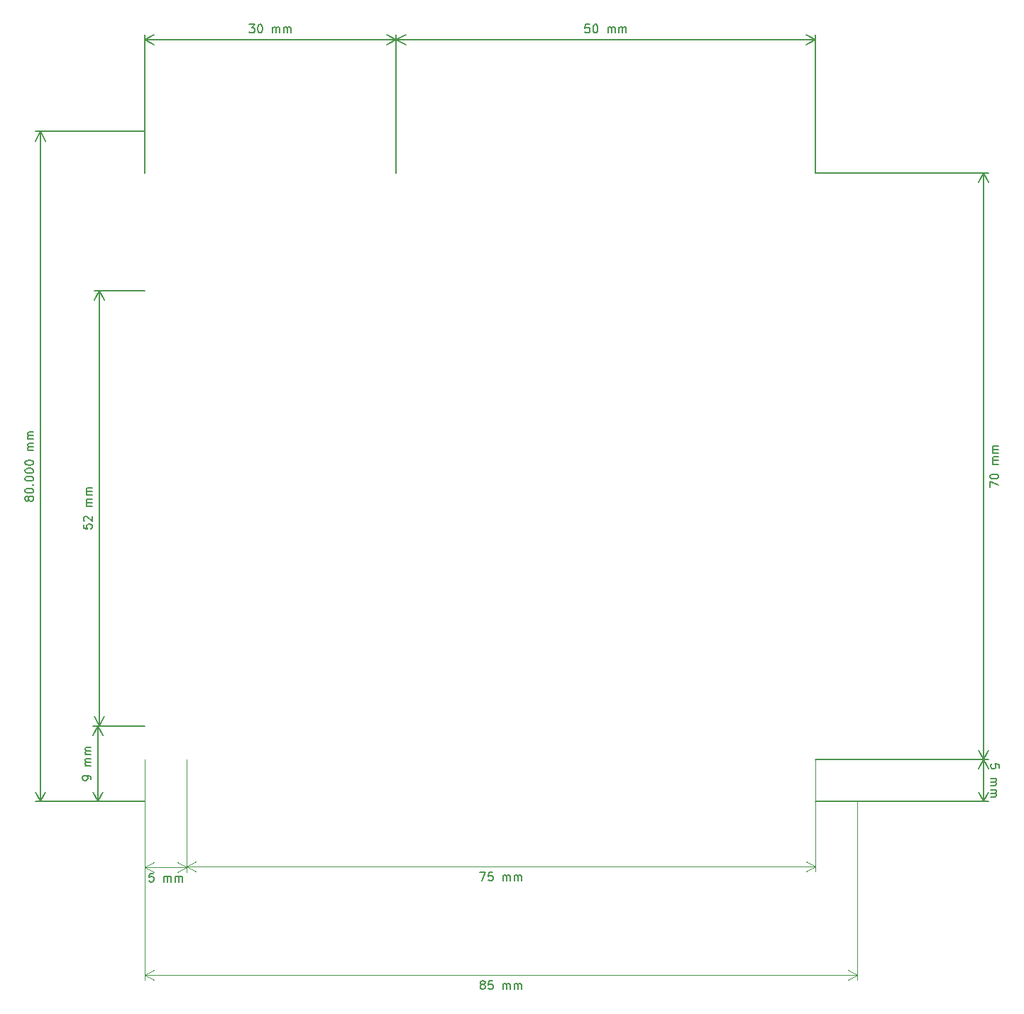
<source format=gbr>
G04 #@! TF.GenerationSoftware,KiCad,Pcbnew,5.1.6+dfsg1-1~bpo9+1*
G04 #@! TF.CreationDate,2021-07-11T21:12:09+02:00*
G04 #@! TF.ProjectId,sdrtrx-traco,73647274-7278-42d7-9472-61636f2e6b69,1*
G04 #@! TF.SameCoordinates,Original*
G04 #@! TF.FileFunction,OtherDrawing,Comment*
%FSLAX46Y46*%
G04 Gerber Fmt 4.6, Leading zero omitted, Abs format (unit mm)*
G04 Created by KiCad (PCBNEW 5.1.6+dfsg1-1~bpo9+1) date 2021-07-11 21:12:09*
%MOMM*%
%LPD*%
G01*
G04 APERTURE LIST*
%ADD10C,0.150000*%
%ADD11C,0.120000*%
G04 APERTURE END LIST*
D10*
X-7308619Y33057619D02*
X-7308619Y32581428D01*
X-6832428Y32533809D01*
X-6880047Y32581428D01*
X-6927666Y32676666D01*
X-6927666Y32914761D01*
X-6880047Y33010000D01*
X-6832428Y33057619D01*
X-6737190Y33105238D01*
X-6499095Y33105238D01*
X-6403857Y33057619D01*
X-6356238Y33010000D01*
X-6308619Y32914761D01*
X-6308619Y32676666D01*
X-6356238Y32581428D01*
X-6403857Y32533809D01*
X-7213380Y33486190D02*
X-7261000Y33533809D01*
X-7308619Y33629047D01*
X-7308619Y33867142D01*
X-7261000Y33962380D01*
X-7213380Y34010000D01*
X-7118142Y34057619D01*
X-7022904Y34057619D01*
X-6880047Y34010000D01*
X-6308619Y33438571D01*
X-6308619Y34057619D01*
X-6308619Y35248095D02*
X-6975285Y35248095D01*
X-6880047Y35248095D02*
X-6927666Y35295714D01*
X-6975285Y35390952D01*
X-6975285Y35533809D01*
X-6927666Y35629047D01*
X-6832428Y35676666D01*
X-6308619Y35676666D01*
X-6832428Y35676666D02*
X-6927666Y35724285D01*
X-6975285Y35819523D01*
X-6975285Y35962380D01*
X-6927666Y36057619D01*
X-6832428Y36105238D01*
X-6308619Y36105238D01*
X-6308619Y36581428D02*
X-6975285Y36581428D01*
X-6880047Y36581428D02*
X-6927666Y36629047D01*
X-6975285Y36724285D01*
X-6975285Y36867142D01*
X-6927666Y36962380D01*
X-6832428Y37010000D01*
X-6308619Y37010000D01*
X-6832428Y37010000D02*
X-6927666Y37057619D01*
X-6975285Y37152857D01*
X-6975285Y37295714D01*
X-6927666Y37390952D01*
X-6832428Y37438571D01*
X-6308619Y37438571D01*
X-5461000Y9010000D02*
X-5461000Y61010000D01*
X0Y9010000D02*
X-6047421Y9010000D01*
X0Y61010000D02*
X-6047421Y61010000D01*
X-5461000Y61010000D02*
X-4874579Y59883496D01*
X-5461000Y61010000D02*
X-6047421Y59883496D01*
X-5461000Y9010000D02*
X-4874579Y10136504D01*
X-5461000Y9010000D02*
X-6047421Y10136504D01*
X-6435619Y2605238D02*
X-6435619Y2795714D01*
X-6483238Y2890952D01*
X-6530857Y2938571D01*
X-6673714Y3033809D01*
X-6864190Y3081428D01*
X-7245142Y3081428D01*
X-7340380Y3033809D01*
X-7388000Y2986190D01*
X-7435619Y2890952D01*
X-7435619Y2700476D01*
X-7388000Y2605238D01*
X-7340380Y2557619D01*
X-7245142Y2510000D01*
X-7007047Y2510000D01*
X-6911809Y2557619D01*
X-6864190Y2605238D01*
X-6816571Y2700476D01*
X-6816571Y2890952D01*
X-6864190Y2986190D01*
X-6911809Y3033809D01*
X-7007047Y3081428D01*
X-6435619Y4271904D02*
X-7102285Y4271904D01*
X-7007047Y4271904D02*
X-7054666Y4319523D01*
X-7102285Y4414761D01*
X-7102285Y4557619D01*
X-7054666Y4652857D01*
X-6959428Y4700476D01*
X-6435619Y4700476D01*
X-6959428Y4700476D02*
X-7054666Y4748095D01*
X-7102285Y4843333D01*
X-7102285Y4986190D01*
X-7054666Y5081428D01*
X-6959428Y5129047D01*
X-6435619Y5129047D01*
X-6435619Y5605238D02*
X-7102285Y5605238D01*
X-7007047Y5605238D02*
X-7054666Y5652857D01*
X-7102285Y5748095D01*
X-7102285Y5890952D01*
X-7054666Y5986190D01*
X-6959428Y6033809D01*
X-6435619Y6033809D01*
X-6959428Y6033809D02*
X-7054666Y6081428D01*
X-7102285Y6176666D01*
X-7102285Y6319523D01*
X-7054666Y6414761D01*
X-6959428Y6462380D01*
X-6435619Y6462380D01*
X-5588000Y10000D02*
X-5588000Y9010000D01*
X0Y10000D02*
X-6174421Y10000D01*
X0Y9010000D02*
X-6174421Y9010000D01*
X-5588000Y9010000D02*
X-5001579Y7883496D01*
X-5588000Y9010000D02*
X-6174421Y7883496D01*
X-5588000Y10000D02*
X-5001579Y1136504D01*
X-5588000Y10000D02*
X-6174421Y1136504D01*
X100828380Y37509690D02*
X100828380Y38176357D01*
X101828380Y37747785D01*
X100828380Y38747785D02*
X100828380Y38843023D01*
X100876000Y38938261D01*
X100923619Y38985880D01*
X101018857Y39033500D01*
X101209333Y39081119D01*
X101447428Y39081119D01*
X101637904Y39033500D01*
X101733142Y38985880D01*
X101780761Y38938261D01*
X101828380Y38843023D01*
X101828380Y38747785D01*
X101780761Y38652547D01*
X101733142Y38604928D01*
X101637904Y38557309D01*
X101447428Y38509690D01*
X101209333Y38509690D01*
X101018857Y38557309D01*
X100923619Y38604928D01*
X100876000Y38652547D01*
X100828380Y38747785D01*
X101828380Y40271595D02*
X101161714Y40271595D01*
X101256952Y40271595D02*
X101209333Y40319214D01*
X101161714Y40414452D01*
X101161714Y40557309D01*
X101209333Y40652547D01*
X101304571Y40700166D01*
X101828380Y40700166D01*
X101304571Y40700166D02*
X101209333Y40747785D01*
X101161714Y40843023D01*
X101161714Y40985880D01*
X101209333Y41081119D01*
X101304571Y41128738D01*
X101828380Y41128738D01*
X101828380Y41604928D02*
X101161714Y41604928D01*
X101256952Y41604928D02*
X101209333Y41652547D01*
X101161714Y41747785D01*
X101161714Y41890642D01*
X101209333Y41985880D01*
X101304571Y42033500D01*
X101828380Y42033500D01*
X101304571Y42033500D02*
X101209333Y42081119D01*
X101161714Y42176357D01*
X101161714Y42319214D01*
X101209333Y42414452D01*
X101304571Y42462071D01*
X101828380Y42462071D01*
X100076000Y5010000D02*
X100076000Y75057000D01*
X80000000Y5010000D02*
X100662421Y5010000D01*
X80000000Y75057000D02*
X100662421Y75057000D01*
X100076000Y75057000D02*
X100662421Y73930496D01*
X100076000Y75057000D02*
X99489579Y73930496D01*
X100076000Y5010000D02*
X100662421Y6136504D01*
X100076000Y5010000D02*
X99489579Y6136504D01*
X101923619Y3981190D02*
X101923619Y4457380D01*
X101447428Y4505000D01*
X101495047Y4457380D01*
X101542666Y4362142D01*
X101542666Y4124047D01*
X101495047Y4028809D01*
X101447428Y3981190D01*
X101352190Y3933571D01*
X101114095Y3933571D01*
X101018857Y3981190D01*
X100971238Y4028809D01*
X100923619Y4124047D01*
X100923619Y4362142D01*
X100971238Y4457380D01*
X101018857Y4505000D01*
X100923619Y2743095D02*
X101590285Y2743095D01*
X101495047Y2743095D02*
X101542666Y2695476D01*
X101590285Y2600238D01*
X101590285Y2457380D01*
X101542666Y2362142D01*
X101447428Y2314523D01*
X100923619Y2314523D01*
X101447428Y2314523D02*
X101542666Y2266904D01*
X101590285Y2171666D01*
X101590285Y2028809D01*
X101542666Y1933571D01*
X101447428Y1885952D01*
X100923619Y1885952D01*
X100923619Y1409761D02*
X101590285Y1409761D01*
X101495047Y1409761D02*
X101542666Y1362142D01*
X101590285Y1266904D01*
X101590285Y1124047D01*
X101542666Y1028809D01*
X101447428Y981190D01*
X100923619Y981190D01*
X101447428Y981190D02*
X101542666Y933571D01*
X101590285Y838333D01*
X101590285Y695476D01*
X101542666Y600238D01*
X101447428Y552619D01*
X100923619Y552619D01*
X100076000Y5010000D02*
X100076000Y0D01*
X80000000Y5010000D02*
X100662421Y5010000D01*
X80000000Y0D02*
X100662421Y0D01*
X100076000Y0D02*
X99489579Y1126504D01*
X100076000Y0D02*
X100662421Y1126504D01*
X100076000Y5010000D02*
X99489579Y3883496D01*
X100076000Y5010000D02*
X100662421Y3883496D01*
X53052619Y92779619D02*
X52576428Y92779619D01*
X52528809Y92303428D01*
X52576428Y92351047D01*
X52671666Y92398666D01*
X52909761Y92398666D01*
X53005000Y92351047D01*
X53052619Y92303428D01*
X53100238Y92208190D01*
X53100238Y91970095D01*
X53052619Y91874857D01*
X53005000Y91827238D01*
X52909761Y91779619D01*
X52671666Y91779619D01*
X52576428Y91827238D01*
X52528809Y91874857D01*
X53719285Y92779619D02*
X53814523Y92779619D01*
X53909761Y92732000D01*
X53957380Y92684380D01*
X54005000Y92589142D01*
X54052619Y92398666D01*
X54052619Y92160571D01*
X54005000Y91970095D01*
X53957380Y91874857D01*
X53909761Y91827238D01*
X53814523Y91779619D01*
X53719285Y91779619D01*
X53624047Y91827238D01*
X53576428Y91874857D01*
X53528809Y91970095D01*
X53481190Y92160571D01*
X53481190Y92398666D01*
X53528809Y92589142D01*
X53576428Y92684380D01*
X53624047Y92732000D01*
X53719285Y92779619D01*
X55243095Y91779619D02*
X55243095Y92446285D01*
X55243095Y92351047D02*
X55290714Y92398666D01*
X55385952Y92446285D01*
X55528809Y92446285D01*
X55624047Y92398666D01*
X55671666Y92303428D01*
X55671666Y91779619D01*
X55671666Y92303428D02*
X55719285Y92398666D01*
X55814523Y92446285D01*
X55957380Y92446285D01*
X56052619Y92398666D01*
X56100238Y92303428D01*
X56100238Y91779619D01*
X56576428Y91779619D02*
X56576428Y92446285D01*
X56576428Y92351047D02*
X56624047Y92398666D01*
X56719285Y92446285D01*
X56862142Y92446285D01*
X56957380Y92398666D01*
X57005000Y92303428D01*
X57005000Y91779619D01*
X57005000Y92303428D02*
X57052619Y92398666D01*
X57147857Y92446285D01*
X57290714Y92446285D01*
X57385952Y92398666D01*
X57433571Y92303428D01*
X57433571Y91779619D01*
X30000000Y90932000D02*
X80010000Y90932000D01*
X30000000Y75010000D02*
X30000000Y91518421D01*
X80010000Y75010000D02*
X80010000Y91518421D01*
X80010000Y90932000D02*
X78883496Y90345579D01*
X80010000Y90932000D02*
X78883496Y91518421D01*
X30000000Y90932000D02*
X31126504Y90345579D01*
X30000000Y90932000D02*
X31126504Y91518421D01*
X12476190Y92779619D02*
X13095238Y92779619D01*
X12761904Y92398666D01*
X12904761Y92398666D01*
X13000000Y92351047D01*
X13047619Y92303428D01*
X13095238Y92208190D01*
X13095238Y91970095D01*
X13047619Y91874857D01*
X13000000Y91827238D01*
X12904761Y91779619D01*
X12619047Y91779619D01*
X12523809Y91827238D01*
X12476190Y91874857D01*
X13714285Y92779619D02*
X13809523Y92779619D01*
X13904761Y92732000D01*
X13952380Y92684380D01*
X14000000Y92589142D01*
X14047619Y92398666D01*
X14047619Y92160571D01*
X14000000Y91970095D01*
X13952380Y91874857D01*
X13904761Y91827238D01*
X13809523Y91779619D01*
X13714285Y91779619D01*
X13619047Y91827238D01*
X13571428Y91874857D01*
X13523809Y91970095D01*
X13476190Y92160571D01*
X13476190Y92398666D01*
X13523809Y92589142D01*
X13571428Y92684380D01*
X13619047Y92732000D01*
X13714285Y92779619D01*
X15238095Y91779619D02*
X15238095Y92446285D01*
X15238095Y92351047D02*
X15285714Y92398666D01*
X15380952Y92446285D01*
X15523809Y92446285D01*
X15619047Y92398666D01*
X15666666Y92303428D01*
X15666666Y91779619D01*
X15666666Y92303428D02*
X15714285Y92398666D01*
X15809523Y92446285D01*
X15952380Y92446285D01*
X16047619Y92398666D01*
X16095238Y92303428D01*
X16095238Y91779619D01*
X16571428Y91779619D02*
X16571428Y92446285D01*
X16571428Y92351047D02*
X16619047Y92398666D01*
X16714285Y92446285D01*
X16857142Y92446285D01*
X16952380Y92398666D01*
X17000000Y92303428D01*
X17000000Y91779619D01*
X17000000Y92303428D02*
X17047619Y92398666D01*
X17142857Y92446285D01*
X17285714Y92446285D01*
X17380952Y92398666D01*
X17428571Y92303428D01*
X17428571Y91779619D01*
X30000000Y90932000D02*
X0Y90932000D01*
X30000000Y75010000D02*
X30000000Y91518421D01*
X0Y75010000D02*
X0Y91518421D01*
X0Y90932000D02*
X1126504Y91518421D01*
X0Y90932000D02*
X1126504Y90345579D01*
X30000000Y90932000D02*
X28873496Y91518421D01*
X30000000Y90932000D02*
X28873496Y90345579D01*
X-13865047Y36057619D02*
X-13912666Y35962380D01*
X-13960285Y35914761D01*
X-14055523Y35867142D01*
X-14103142Y35867142D01*
X-14198380Y35914761D01*
X-14246000Y35962380D01*
X-14293619Y36057619D01*
X-14293619Y36248095D01*
X-14246000Y36343333D01*
X-14198380Y36390952D01*
X-14103142Y36438571D01*
X-14055523Y36438571D01*
X-13960285Y36390952D01*
X-13912666Y36343333D01*
X-13865047Y36248095D01*
X-13865047Y36057619D01*
X-13817428Y35962380D01*
X-13769809Y35914761D01*
X-13674571Y35867142D01*
X-13484095Y35867142D01*
X-13388857Y35914761D01*
X-13341238Y35962380D01*
X-13293619Y36057619D01*
X-13293619Y36248095D01*
X-13341238Y36343333D01*
X-13388857Y36390952D01*
X-13484095Y36438571D01*
X-13674571Y36438571D01*
X-13769809Y36390952D01*
X-13817428Y36343333D01*
X-13865047Y36248095D01*
X-14293619Y37057619D02*
X-14293619Y37152857D01*
X-14246000Y37248095D01*
X-14198380Y37295714D01*
X-14103142Y37343333D01*
X-13912666Y37390952D01*
X-13674571Y37390952D01*
X-13484095Y37343333D01*
X-13388857Y37295714D01*
X-13341238Y37248095D01*
X-13293619Y37152857D01*
X-13293619Y37057619D01*
X-13341238Y36962380D01*
X-13388857Y36914761D01*
X-13484095Y36867142D01*
X-13674571Y36819523D01*
X-13912666Y36819523D01*
X-14103142Y36867142D01*
X-14198380Y36914761D01*
X-14246000Y36962380D01*
X-14293619Y37057619D01*
X-13388857Y37819523D02*
X-13341238Y37867142D01*
X-13293619Y37819523D01*
X-13341238Y37771904D01*
X-13388857Y37819523D01*
X-13293619Y37819523D01*
X-14293619Y38486190D02*
X-14293619Y38581428D01*
X-14246000Y38676666D01*
X-14198380Y38724285D01*
X-14103142Y38771904D01*
X-13912666Y38819523D01*
X-13674571Y38819523D01*
X-13484095Y38771904D01*
X-13388857Y38724285D01*
X-13341238Y38676666D01*
X-13293619Y38581428D01*
X-13293619Y38486190D01*
X-13341238Y38390952D01*
X-13388857Y38343333D01*
X-13484095Y38295714D01*
X-13674571Y38248095D01*
X-13912666Y38248095D01*
X-14103142Y38295714D01*
X-14198380Y38343333D01*
X-14246000Y38390952D01*
X-14293619Y38486190D01*
X-14293619Y39438571D02*
X-14293619Y39533809D01*
X-14246000Y39629047D01*
X-14198380Y39676666D01*
X-14103142Y39724285D01*
X-13912666Y39771904D01*
X-13674571Y39771904D01*
X-13484095Y39724285D01*
X-13388857Y39676666D01*
X-13341238Y39629047D01*
X-13293619Y39533809D01*
X-13293619Y39438571D01*
X-13341238Y39343333D01*
X-13388857Y39295714D01*
X-13484095Y39248095D01*
X-13674571Y39200476D01*
X-13912666Y39200476D01*
X-14103142Y39248095D01*
X-14198380Y39295714D01*
X-14246000Y39343333D01*
X-14293619Y39438571D01*
X-14293619Y40390952D02*
X-14293619Y40486190D01*
X-14246000Y40581428D01*
X-14198380Y40629047D01*
X-14103142Y40676666D01*
X-13912666Y40724285D01*
X-13674571Y40724285D01*
X-13484095Y40676666D01*
X-13388857Y40629047D01*
X-13341238Y40581428D01*
X-13293619Y40486190D01*
X-13293619Y40390952D01*
X-13341238Y40295714D01*
X-13388857Y40248095D01*
X-13484095Y40200476D01*
X-13674571Y40152857D01*
X-13912666Y40152857D01*
X-14103142Y40200476D01*
X-14198380Y40248095D01*
X-14246000Y40295714D01*
X-14293619Y40390952D01*
X-13293619Y41914761D02*
X-13960285Y41914761D01*
X-13865047Y41914761D02*
X-13912666Y41962380D01*
X-13960285Y42057619D01*
X-13960285Y42200476D01*
X-13912666Y42295714D01*
X-13817428Y42343333D01*
X-13293619Y42343333D01*
X-13817428Y42343333D02*
X-13912666Y42390952D01*
X-13960285Y42486190D01*
X-13960285Y42629047D01*
X-13912666Y42724285D01*
X-13817428Y42771904D01*
X-13293619Y42771904D01*
X-13293619Y43248095D02*
X-13960285Y43248095D01*
X-13865047Y43248095D02*
X-13912666Y43295714D01*
X-13960285Y43390952D01*
X-13960285Y43533809D01*
X-13912666Y43629047D01*
X-13817428Y43676666D01*
X-13293619Y43676666D01*
X-13817428Y43676666D02*
X-13912666Y43724285D01*
X-13960285Y43819523D01*
X-13960285Y43962380D01*
X-13912666Y44057619D01*
X-13817428Y44105238D01*
X-13293619Y44105238D01*
X-12446000Y10000D02*
X-12446000Y80010000D01*
X0Y10000D02*
X-13032421Y10000D01*
X0Y80010000D02*
X-13032421Y80010000D01*
X-12446000Y80010000D02*
X-11859579Y78883496D01*
X-12446000Y80010000D02*
X-13032421Y78883496D01*
X-12446000Y10000D02*
X-11859579Y1136504D01*
X-12446000Y10000D02*
X-13032421Y1136504D01*
X39976190Y-8469380D02*
X40642857Y-8469380D01*
X40214285Y-9469380D01*
X41500000Y-8469380D02*
X41023809Y-8469380D01*
X40976190Y-8945571D01*
X41023809Y-8897952D01*
X41119047Y-8850333D01*
X41357142Y-8850333D01*
X41452380Y-8897952D01*
X41500000Y-8945571D01*
X41547619Y-9040809D01*
X41547619Y-9278904D01*
X41500000Y-9374142D01*
X41452380Y-9421761D01*
X41357142Y-9469380D01*
X41119047Y-9469380D01*
X41023809Y-9421761D01*
X40976190Y-9374142D01*
X42738095Y-9469380D02*
X42738095Y-8802714D01*
X42738095Y-8897952D02*
X42785714Y-8850333D01*
X42880952Y-8802714D01*
X43023809Y-8802714D01*
X43119047Y-8850333D01*
X43166666Y-8945571D01*
X43166666Y-9469380D01*
X43166666Y-8945571D02*
X43214285Y-8850333D01*
X43309523Y-8802714D01*
X43452380Y-8802714D01*
X43547619Y-8850333D01*
X43595238Y-8945571D01*
X43595238Y-9469380D01*
X44071428Y-9469380D02*
X44071428Y-8802714D01*
X44071428Y-8897952D02*
X44119047Y-8850333D01*
X44214285Y-8802714D01*
X44357142Y-8802714D01*
X44452380Y-8850333D01*
X44500000Y-8945571D01*
X44500000Y-9469380D01*
X44500000Y-8945571D02*
X44547619Y-8850333D01*
X44642857Y-8802714D01*
X44785714Y-8802714D01*
X44880952Y-8850333D01*
X44928571Y-8945571D01*
X44928571Y-9469380D01*
D11*
X5000000Y-7747000D02*
X80000000Y-7747000D01*
X5000000Y5010000D02*
X5000000Y-8333421D01*
X80000000Y5010000D02*
X80000000Y-8333421D01*
X80000000Y-7747000D02*
X78873496Y-8333421D01*
X80000000Y-7747000D02*
X78873496Y-7160579D01*
X5000000Y-7747000D02*
X6126504Y-8333421D01*
X5000000Y-7747000D02*
X6126504Y-7160579D01*
D10*
X40214285Y-21851952D02*
X40119047Y-21804333D01*
X40071428Y-21756714D01*
X40023809Y-21661476D01*
X40023809Y-21613857D01*
X40071428Y-21518619D01*
X40119047Y-21471000D01*
X40214285Y-21423380D01*
X40404761Y-21423380D01*
X40500000Y-21471000D01*
X40547619Y-21518619D01*
X40595238Y-21613857D01*
X40595238Y-21661476D01*
X40547619Y-21756714D01*
X40500000Y-21804333D01*
X40404761Y-21851952D01*
X40214285Y-21851952D01*
X40119047Y-21899571D01*
X40071428Y-21947190D01*
X40023809Y-22042428D01*
X40023809Y-22232904D01*
X40071428Y-22328142D01*
X40119047Y-22375761D01*
X40214285Y-22423380D01*
X40404761Y-22423380D01*
X40500000Y-22375761D01*
X40547619Y-22328142D01*
X40595238Y-22232904D01*
X40595238Y-22042428D01*
X40547619Y-21947190D01*
X40500000Y-21899571D01*
X40404761Y-21851952D01*
X41500000Y-21423380D02*
X41023809Y-21423380D01*
X40976190Y-21899571D01*
X41023809Y-21851952D01*
X41119047Y-21804333D01*
X41357142Y-21804333D01*
X41452380Y-21851952D01*
X41500000Y-21899571D01*
X41547619Y-21994809D01*
X41547619Y-22232904D01*
X41500000Y-22328142D01*
X41452380Y-22375761D01*
X41357142Y-22423380D01*
X41119047Y-22423380D01*
X41023809Y-22375761D01*
X40976190Y-22328142D01*
X42738095Y-22423380D02*
X42738095Y-21756714D01*
X42738095Y-21851952D02*
X42785714Y-21804333D01*
X42880952Y-21756714D01*
X43023809Y-21756714D01*
X43119047Y-21804333D01*
X43166666Y-21899571D01*
X43166666Y-22423380D01*
X43166666Y-21899571D02*
X43214285Y-21804333D01*
X43309523Y-21756714D01*
X43452380Y-21756714D01*
X43547619Y-21804333D01*
X43595238Y-21899571D01*
X43595238Y-22423380D01*
X44071428Y-22423380D02*
X44071428Y-21756714D01*
X44071428Y-21851952D02*
X44119047Y-21804333D01*
X44214285Y-21756714D01*
X44357142Y-21756714D01*
X44452380Y-21804333D01*
X44500000Y-21899571D01*
X44500000Y-22423380D01*
X44500000Y-21899571D02*
X44547619Y-21804333D01*
X44642857Y-21756714D01*
X44785714Y-21756714D01*
X44880952Y-21804333D01*
X44928571Y-21899571D01*
X44928571Y-22423380D01*
D11*
X85000000Y-20701000D02*
X0Y-20701000D01*
X85000000Y10000D02*
X85000000Y-21287421D01*
X0Y10000D02*
X0Y-21287421D01*
X0Y-20701000D02*
X1126504Y-20114579D01*
X0Y-20701000D02*
X1126504Y-21287421D01*
X85000000Y-20701000D02*
X83873496Y-20114579D01*
X85000000Y-20701000D02*
X83873496Y-21287421D01*
D10*
X1023809Y-8596380D02*
X547619Y-8596380D01*
X500000Y-9072571D01*
X547619Y-9024952D01*
X642857Y-8977333D01*
X880952Y-8977333D01*
X976190Y-9024952D01*
X1023809Y-9072571D01*
X1071428Y-9167809D01*
X1071428Y-9405904D01*
X1023809Y-9501142D01*
X976190Y-9548761D01*
X880952Y-9596380D01*
X642857Y-9596380D01*
X547619Y-9548761D01*
X500000Y-9501142D01*
X2261904Y-9596380D02*
X2261904Y-8929714D01*
X2261904Y-9024952D02*
X2309523Y-8977333D01*
X2404761Y-8929714D01*
X2547619Y-8929714D01*
X2642857Y-8977333D01*
X2690476Y-9072571D01*
X2690476Y-9596380D01*
X2690476Y-9072571D02*
X2738095Y-8977333D01*
X2833333Y-8929714D01*
X2976190Y-8929714D01*
X3071428Y-8977333D01*
X3119047Y-9072571D01*
X3119047Y-9596380D01*
X3595238Y-9596380D02*
X3595238Y-8929714D01*
X3595238Y-9024952D02*
X3642857Y-8977333D01*
X3738095Y-8929714D01*
X3880952Y-8929714D01*
X3976190Y-8977333D01*
X4023809Y-9072571D01*
X4023809Y-9596380D01*
X4023809Y-9072571D02*
X4071428Y-8977333D01*
X4166666Y-8929714D01*
X4309523Y-8929714D01*
X4404761Y-8977333D01*
X4452380Y-9072571D01*
X4452380Y-9596380D01*
D11*
X5000000Y-7874000D02*
X0Y-7874000D01*
X5000000Y5010000D02*
X5000000Y-8460421D01*
X0Y5010000D02*
X0Y-8460421D01*
X0Y-7874000D02*
X1126504Y-7287579D01*
X0Y-7874000D02*
X1126504Y-8460421D01*
X5000000Y-7874000D02*
X3873496Y-7287579D01*
X5000000Y-7874000D02*
X3873496Y-8460421D01*
M02*

</source>
